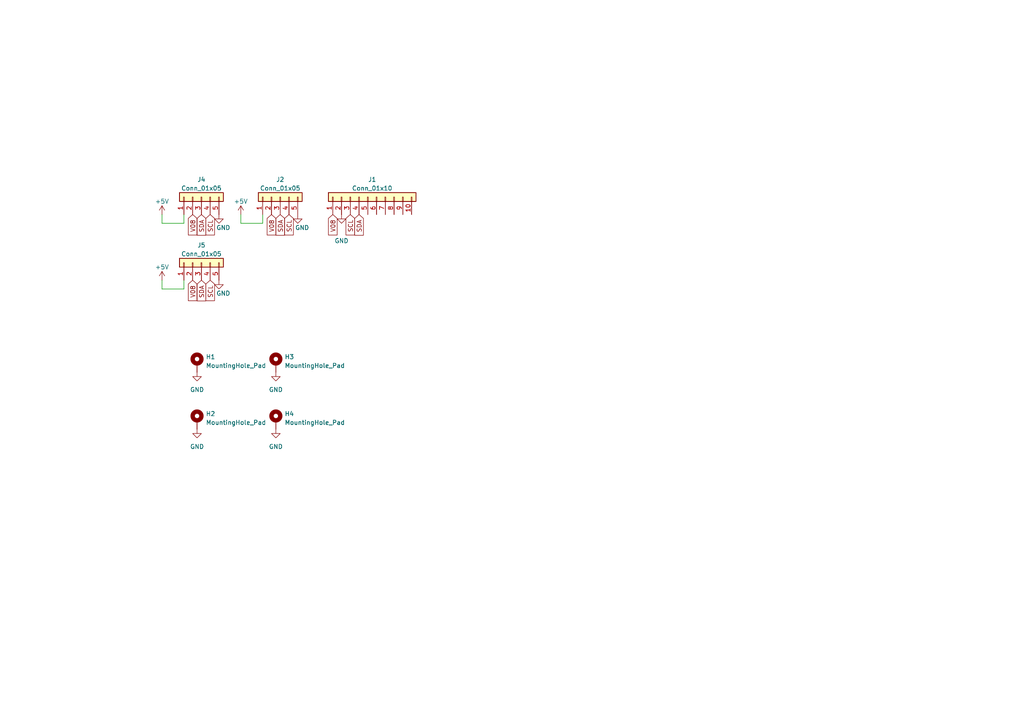
<source format=kicad_sch>
(kicad_sch (version 20230121) (generator eeschema)
  (paper "A4")
  (title_block (title "Kevinbot v3 I2C Expander w/ MPU") (rev "A"))
  (lib_symbols
    (symbol "Connector_Generic:Conn_01x05" (pin_names (offset 1.016) hide)
      (property "Reference" "J" (at 0 7.62 0))
      (property "Value" "Conn_01x05" (at 0 -7.62 0))
      (symbol "Conn_01x05_1_1"
        (rectangle (start -1.27 -4.953) (end 0 -5.207) (stroke (width 0.1524)))
        (rectangle (start -1.27 -2.413) (end 0 -2.667) (stroke (width 0.1524)))
        (rectangle (start -1.27 0.127) (end 0 -0.127) (stroke (width 0.1524)))
        (rectangle (start -1.27 2.667) (end 0 2.413) (stroke (width 0.1524)))
        (rectangle (start -1.27 5.207) (end 0 4.953) (stroke (width 0.1524)))
        (rectangle (start -1.27 6.35) (end 1.27 -6.35) (stroke (width 0.254)) (fill (type background)))
        (pin passive line (at -5.08 5.08 0) (length 3.81) (name "Pin_1") (number "1"))
        (pin passive line (at -5.08 2.54 0) (length 3.81) (name "Pin_2") (number "2"))
        (pin passive line (at -5.08 0 0) (length 3.81) (name "Pin_3") (number "3"))
        (pin passive line (at -5.08 -2.54 0) (length 3.81) (name "Pin_4") (number "4"))
        (pin passive line (at -5.08 -5.08 0) (length 3.81) (name "Pin_5") (number "5"))
      )
    )
    (symbol "Connector_Generic:Conn_01x10" (pin_names (offset 1.016) hide)
      (property "Reference" "J" (at 0 12.7 0))
      (property "Value" "Conn_01x10" (at 0 -15.24 0))
      (symbol "Conn_01x10_1_1"
        (rectangle (start -1.27 -12.573) (end 0 -12.827) (stroke (width 0.1524)))
        (rectangle (start -1.27 -10.033) (end 0 -10.287) (stroke (width 0.1524)))
        (rectangle (start -1.27 -7.493) (end 0 -7.747) (stroke (width 0.1524)))
        (rectangle (start -1.27 -4.953) (end 0 -5.207) (stroke (width 0.1524)))
        (rectangle (start -1.27 -2.413) (end 0 -2.667) (stroke (width 0.1524)))
        (rectangle (start -1.27 0.127) (end 0 -0.127) (stroke (width 0.1524)))
        (rectangle (start -1.27 2.667) (end 0 2.413) (stroke (width 0.1524)))
        (rectangle (start -1.27 5.207) (end 0 4.953) (stroke (width 0.1524)))
        (rectangle (start -1.27 7.747) (end 0 7.493) (stroke (width 0.1524)))
        (rectangle (start -1.27 10.287) (end 0 10.033) (stroke (width 0.1524)))
        (rectangle (start -1.27 11.43) (end 1.27 -13.97) (stroke (width 0.254)) (fill (type background)))
        (pin passive line (at -5.08 10.16 0) (length 3.81) (name "Pin_1") (number "1"))
        (pin passive line (at -5.08 -12.7 0) (length 3.81) (name "Pin_10") (number "10"))
        (pin passive line (at -5.08 7.62 0) (length 3.81) (name "Pin_2") (number "2"))
        (pin passive line (at -5.08 5.08 0) (length 3.81) (name "Pin_3") (number "3"))
        (pin passive line (at -5.08 2.54 0) (length 3.81) (name "Pin_4") (number "4"))
        (pin passive line (at -5.08 0 0) (length 3.81) (name "Pin_5") (number "5"))
        (pin passive line (at -5.08 -2.54 0) (length 3.81) (name "Pin_6") (number "6"))
        (pin passive line (at -5.08 -5.08 0) (length 3.81) (name "Pin_7") (number "7"))
        (pin passive line (at -5.08 -7.62 0) (length 3.81) (name "Pin_8") (number "8"))
        (pin passive line (at -5.08 -10.16 0) (length 3.81) (name "Pin_9") (number "9"))
      )
    )
    (symbol "Mechanical:MountingHole_Pad" (pin_numbers hide) (pin_names (offset 1.016) hide)
      (property "Reference" "H" (at 0 6.35 0))
      (property "Value" "MountingHole_Pad" (at 0 4.445 0))
      (symbol "MountingHole_Pad_0_1"
        (circle (center 0 1.27) (radius 1.27) (stroke (width 1.27)))
      )
      (symbol "MountingHole_Pad_1_1"
        (pin input line (at 0 -2.54 90) (length 2.54) (name "1") (number "1"))
      )
    )
    (symbol "power:+5V" (power) (pin_names (offset 0))
      (property "Value" "+5V" (at 0 3.556 0))
      (symbol "+5V_0_1"
        (polyline (pts (xy -0.762 1.27) (xy 0 2.54)))
        (polyline (pts (xy 0 0) (xy 0 2.54)))
        (polyline (pts (xy 0 2.54) (xy 0.762 1.27)))
      )
      (symbol "+5V_1_1"
        (pin power_in line (at 0 0 90) (length 0) hide (name "+5V") (number "1"))
      )
    )
    (symbol "power:GND" (power) (pin_names (offset 0))
      (property "Value" "GND" (at 0 -3.81 0))
      (symbol "GND_0_1"
        (polyline (pts (xy 0 0) (xy 0 -1.27) (xy 1.27 -1.27) (xy 0 -2.54) (xy -1.27 -1.27) (xy 0 -1.27)))
      )
      (symbol "GND_1_1"
        (pin power_in line (at 0 0 270) (length 0) hide (name "GND") (number "1"))
      )
    )
  )
  (wire (pts (xy 76.2 64.77) (xy 76.2 62.23)))
  (wire (pts (xy 69.85 64.77) (xy 76.2 64.77)))
  (wire (pts (xy 46.99 83.82) (xy 53.34 83.82)))
  (wire (pts (xy 69.85 62.23) (xy 69.85 64.77)))
  (wire (pts (xy 46.99 81.28) (xy 46.99 83.82)))
  (wire (pts (xy 46.99 64.77) (xy 53.34 64.77)))
  (wire (pts (xy 53.34 64.77) (xy 53.34 62.23)))
  (wire (pts (xy 53.34 83.82) (xy 53.34 81.28)))
  (wire (pts (xy 46.99 62.23) (xy 46.99 64.77)))
  (global_label "V08" (shape input) (at 78.74 62.23 270) (property "Intersheetrefs" "${INTERSHEET_REFS}" (effects hide)))
  (global_label "SCL" (shape input) (at 101.6 62.23 270) (property "Intersheetrefs" "${INTERSHEET_REFS}" (effects hide)))
  (global_label "V08" (shape input) (at 96.52 62.23 270) (property "Intersheetrefs" "${INTERSHEET_REFS}" (effects hide)))
  (global_label "SDA" (shape input) (at 81.28 62.23 270) (property "Intersheetrefs" "${INTERSHEET_REFS}" (effects hide)))
  (global_label "SCL" (shape input) (at 60.96 62.23 270) (property "Intersheetrefs" "${INTERSHEET_REFS}" (effects hide)))
  (global_label "SDA" (shape input) (at 104.14 62.23 270) (property "Intersheetrefs" "${INTERSHEET_REFS}" (effects hide)))
  (global_label "SDA" (shape input) (at 58.42 81.28 270) (property "Intersheetrefs" "${INTERSHEET_REFS}" (effects hide)))
  (global_label "SDA" (shape input) (at 58.42 62.23 270) (property "Intersheetrefs" "${INTERSHEET_REFS}" (effects hide)))
  (global_label "SCL" (shape input) (at 60.96 81.28 270) (property "Intersheetrefs" "${INTERSHEET_REFS}" (effects hide)))
  (global_label "SCL" (shape input) (at 83.82 62.23 270) (property "Intersheetrefs" "${INTERSHEET_REFS}" (effects hide)))
  (global_label "V08" (shape input) (at 55.88 62.23 270) (property "Intersheetrefs" "${INTERSHEET_REFS}" (effects hide)))
  (global_label "V08" (shape input) (at 55.88 81.28 270) (property "Intersheetrefs" "${INTERSHEET_REFS}" (effects hide)))
  (symbol (lib_id "power:GND") (at 80.01 124.46 0) (unit 1)
    (property "Reference" "#PWR013" (effects hide))
    (property "Value" "GND" (at 80.01 129.54 0))
  )
  (symbol (lib_id "power:GND") (at 57.15 107.95 0) (unit 1)
    (property "Reference" "#PWR011" (effects hide))
    (property "Value" "GND" (at 57.15 113.03 0))
  )
  (symbol (lib_id "power:+5V") (at 46.99 62.23 0) (unit 1)
    (property "Reference" "#PWR01" (effects hide))
    (property "Value" "+5V" (at 46.99 58.42 0))
  )
  (symbol (lib_id "power:GND") (at 80.01 107.95 0) (unit 1)
    (property "Reference" "#PWR010" (effects hide))
    (property "Value" "GND" (at 80.01 113.03 0))
  )
  (symbol (lib_id "Mechanical:MountingHole_Pad") (at 57.15 105.41 0) (unit 1)
    (property "Reference" "H1" (at 59.69 103.505 0) (effects (justify left)))
    (property "Value" "MountingHole_Pad" (at 59.69 106.045 0) (effects (justify left)))
    (property "Footprint" "MountingHole:MountingHole_3.2mm_M3_DIN965_Pad_TopBottom" (effects hide))
  )
  (symbol (lib_id "power:GND") (at 63.5 62.23 0) (unit 1)
    (property "Reference" "#PWR08" (effects hide))
    (property "Value" "GND" (at 64.77 66.04 0))
  )
  (symbol (lib_id "Connector_Generic:Conn_01x05") (at 58.42 76.2 90) (unit 1)
    (property "Reference" "J5" (at 58.42 71.12 90))
    (property "Value" "Conn_01x05" (at 58.42 73.66 90))
    (property "Footprint" "Connector_JST:JST_XH_B5B-XH-A_1x05_P2.50mm_Vertical" (effects hide))
  )
  (symbol (lib_id "power:+5V") (at 69.85 62.23 0) (unit 1)
    (property "Reference" "#PWR03" (effects hide))
    (property "Value" "+5V" (at 69.85 58.42 0))
  )
  (symbol (lib_id "Mechanical:MountingHole_Pad") (at 57.15 121.92 0) (unit 1)
    (property "Reference" "H2" (at 59.69 120.015 0) (effects (justify left)))
    (property "Value" "MountingHole_Pad" (at 59.69 122.555 0) (effects (justify left)))
    (property "Footprint" "MountingHole:MountingHole_3.2mm_M3_DIN965_Pad_TopBottom" (effects hide))
  )
  (symbol (lib_id "power:GND") (at 57.15 124.46 0) (unit 1)
    (property "Reference" "#PWR012" (effects hide))
    (property "Value" "GND" (at 57.15 129.54 0))
  )
  (symbol (lib_id "Connector_Generic:Conn_01x10") (at 106.68 57.15 90) (unit 1)
    (property "Reference" "J1" (at 107.95 52.07 90))
    (property "Value" "Conn_01x10" (at 107.95 54.61 90))
    (property "Footprint" "Modules:MPU2950_Module" (effects hide))
  )
  (symbol (lib_id "power:+5V") (at 46.99 81.28 0) (unit 1)
    (property "Reference" "#PWR02" (effects hide))
    (property "Value" "+5V" (at 46.99 77.47 0))
  )
  (symbol (lib_id "Mechanical:MountingHole_Pad") (at 80.01 121.92 0) (unit 1)
    (property "Reference" "H4" (at 82.55 120.015 0) (effects (justify left)))
    (property "Value" "MountingHole_Pad" (at 82.55 122.555 0) (effects (justify left)))
    (property "Footprint" "MountingHole:MountingHole_3.2mm_M3_DIN965_Pad_TopBottom" (effects hide))
  )
  (symbol (lib_id "power:GND") (at 99.06 62.23 0) (unit 1)
    (property "Reference" "#PWR09" (effects hide))
    (property "Value" "GND" (at 99.06 69.85 0))
  )
  (symbol (lib_id "Connector_Generic:Conn_01x05") (at 81.28 57.15 90) (unit 1)
    (property "Reference" "J2" (at 81.28 52.07 90))
    (property "Value" "Conn_01x05" (at 81.28 54.61 90))
    (property "Footprint" "Connector_JST:JST_XH_B5B-XH-A_1x05_P2.50mm_Vertical" (effects hide))
  )
  (symbol (lib_id "Mechanical:MountingHole_Pad") (at 80.01 105.41 0) (unit 1)
    (property "Reference" "H3" (at 82.55 103.505 0) (effects (justify left)))
    (property "Value" "MountingHole_Pad" (at 82.55 106.045 0) (effects (justify left)))
    (property "Footprint" "MountingHole:MountingHole_3.2mm_M3_DIN965_Pad_TopBottom" (effects hide))
  )
  (symbol (lib_id "power:GND") (at 86.36 62.23 0) (unit 1)
    (property "Reference" "#PWR05" (effects hide))
    (property "Value" "GND" (at 87.63 66.04 0))
  )
  (symbol (lib_id "Connector_Generic:Conn_01x05") (at 58.42 57.15 90) (unit 1)
    (property "Reference" "J4" (at 58.42 52.07 90))
    (property "Value" "Conn_01x05" (at 58.42 54.61 90))
    (property "Footprint" "Connector_JST:JST_XH_B5B-XH-A_1x05_P2.50mm_Vertical" (effects hide))
  )
  (symbol (lib_id "power:GND") (at 63.5 81.28 0) (unit 1)
    (property "Reference" "#PWR07" (effects hide))
    (property "Value" "GND" (at 64.77 85.09 0))
  )
)
</source>
